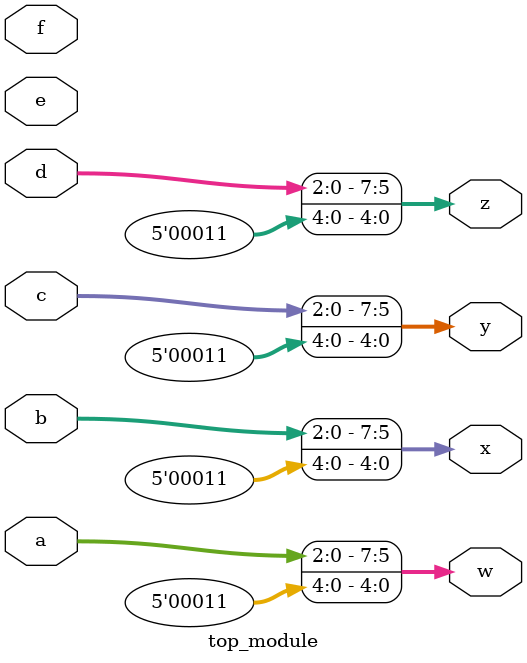
<source format=sv>
module top_module (
    input [4:0] a,
    input [4:0] b,
    input [4:0] c,
    input [4:0] d,
    input [4:0] e,
    input [4:0] f,
    output [7:0] w,
    output [7:0] x,
    output [7:0] y,
    output [7:0] z
);

    // Concatenate the inputs with 2'b11 and assign to outputs
    assign w = {a, 3'b000, 2'b11};
    assign x = {b, 3'b000, 2'b11};
    assign y = {c, 3'b000, 2'b11};
    assign z = {d, 3'b000, 2'b11};

endmodule

</source>
